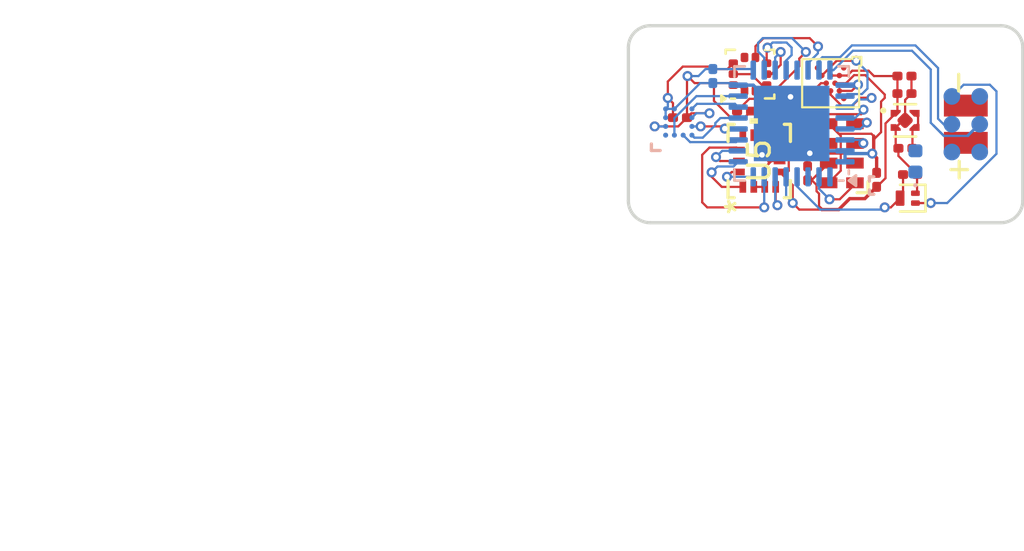
<source format=kicad_pcb>
(kicad_pcb (version 20240108) (generator "pcbnew") (generator_version "8.0")
  (layers (0 "F.Cu" signal) (31 "B.Cu" signal) (34 "B.Paste" user) (35 "F.Paste" user) (36 "B.SilkS" user "B.Silkscreen") (37 "F.SilkS" user "F.Silkscreen") (38 "B.Mask" user) (39 "F.Mask" user) (44 "Edge.Cuts" user))
  (net 0 "")
  (net 1 "GND")
  (net 2 "VBAT")
  (net 3 "SWDIO")
  (net 4 "SWCLK")
  (net 5 "Net-(Q501-C)")
  (net 6 "RST")
  (net 7 "/clkout")
  (net 8 "/SCL")
  (net 9 "/SDA")
  (net 10 "VIN")
  (net 11 "Net-(U501-VBACK)")
  (net 12 "/AT25_MISO")
  (net 13 "/AT25_nCS")
  (net 14 "/AT25_MOSI")
  (net 15 "/AT25_SCK")
  (net 16 "/USART2_TX")
  (net 27 "/USART2_RX")
  (net 28 "/WKUP1")
  (net 29 "/ACCEL_CS")
  (net 30 "/USART2_CK")
  (net 32 "+1V8")
  (net 33 "/AK_MISO")
  (net 34 "/AK_CK")
  (net 35 "/AK_RSTN")
  (net 36 "/AK_MOSI")
  (net 37 "/AK_CS")
  (net 39 "/USART1_TX")
  (net 40 "/USART1_CK")
  (net 41 "/LPS_CS")
  (net 43 "/USART1_RX")
  (footprint "AccelTag:taghole1.1mm" (layer "F.Cu") (at 141.38 111.671)
    (property "Reference" "J303" (hide yes))
    (property "Value" "Conn_01x01" (hide yes))
  )
  (footprint "AccelTag:MS621" (layer "F.Cu") (at 155.4 108.5 180)
    (property "Reference" "J401" (hide yes))
    (property "Value" "CONN_01X02" (hide yes))
  )
  (footprint "AccelTag:RV-8803-C7" (layer "F.Cu") (at 149.74 109.826458 180)
    (property "Reference" "U501" (hide yes))
    (property "Value" "RV-3028-C7" (hide yes))
  )
  (footprint "Resistor_SMD:R_0201_0603Metric" (layer "F.Cu") (at 148.14 108.831458 90)
    (property "Reference" "R1" (hide yes))
    (property "Value" "10k" (hide yes))
  )
  (footprint "Capacitor_SMD:C_0201_0603Metric" (layer "F.Cu") (at 151.33 111.041 90)
    (property "Reference" "C501" (hide yes))
    (property "Value" "0.1uf" (hide yes))
  )
  (footprint "Capacitor_SMD:C_0201_0603Metric" (layer "F.Cu") (at 148.18 110.746 90)
    (property "Reference" "C503" (hide yes))
    (property "Value" "0.1uf" (hide yes))
  )
  (footprint "AccelTag:adesto_wlcsp12" (layer "F.Cu") (at 149.23 106.626458 -90)
    (property "Reference" "U1" (hide yes))
    (property "Value" "at25ex321D-UUN" (hide yes))
  )
  (footprint "Capacitor_SMD:C_0201_0603Metric" (layer "F.Cu") (at 152.855 110.8)
    (property "Reference" "C502" (hide yes))
    (property "Value" "0.1uf" (hide yes))
  )
  (footprint "AccelTag:taghole1.1mm" (layer "F.Cu") (at 141.48 105.191)
    (property "Reference" "J304" (hide yes))
    (property "Value" "Conn_01x01" (hide yes))
  )
  (footprint "AccelTag:taghole1.1mm" (layer "F.Cu") (at 156.45 111.691)
    (property "Reference" "J301" (hide yes))
    (property "Value" "Conn_01x01" (hide yes))
  )
  (footprint "AccelTag:taghole1.1mm" (layer "F.Cu") (at 156.45 105.191)
    (property "Reference" "J302" (hide yes))
    (property "Value" "Conn_01x01" (hide yes))
  )
  (footprint "Package_TO_SOT_SMD:SOT-883" (layer "F.Cu") (at 152.75 111.8775 180)
    (property "Reference" "Q501" (hide yes))
    (property "Value" "Q_NPN_BEC" (hide yes))
  )
  (footprint "Capacitor_SMD:C_0201_0603Metric" (layer "F.Cu") (at 145.28 107.9 180)
    (property "Reference" "C1" (hide yes))
    (property "Value" "0.1uf" (hide yes))
  )
  (footprint "Capacitor_SMD:C_0201_0603Metric" (layer "F.Cu") (at 152.6 107.1)
    (property "Reference" "C5" (hide yes))
    (property "Value" "0.1uf" (hide yes))
  )
  (footprint "Package_SON:Texas_X2SON-4_1x1mm_P0.65mm" (layer "F.Cu") (at 152.63 108.325)
    (property "Reference" "U4" (hide yes))
    (property "Value" "TPS7A2018PDQN")
  )
  (footprint "Capacitor_SMD:C_0201_0603Metric" (layer "F.Cu") (at 146.82 107.9)
    (property "Reference" "C3" (hide yes))
    (property "Value" "0.1uf" (hide yes))
  )
  (footprint "Capacitor_SMD:C_0201_0603Metric" (layer "F.Cu") (at 142.355 108.2 180)
    (property "Reference" "C8" (hide yes))
    (property "Value" "1uf")
  )
  (footprint "Capacitor_SMD:C_0201_0603Metric" (layer "F.Cu") (at 152.6 106.3)
    (property "Reference" "C9" (hide yes))
    (property "Value" "0.1uf")
  )
  (footprint "Capacitor_SMD:C_0201_0603Metric" (layer "F.Cu") (at 152.645 109.6 180)
    (property "Reference" "C7" (hide yes))
    (property "Value" "1uf" (hide yes))
  )
  (footprint "Package_LGA:ST_HLGA-10_2x2mm_P0.5mm_LayoutBorder3x2y" (layer "F.Cu") (at 145.55 106.2125 90)
    (property "Reference" "U3" (hide yes))
    (property "Value" "LPS22DF")
  )
  (footprint "AccelTag:LGA14-L_2P59X3P1X0P5_STM" (layer "F.Cu") (at 145.9729 110.1811 90)
    (property "Reference" "U5")
    (property "Value" "LSM6DSV")
  )
  (footprint "AccelTag:tagpoints6" (layer "B.Cu") (at 155.4 108.5 90)
    (property "Reference" "J201" (hide yes))
    (property "Value" "CONN_02X04" (hide yes))
  )
  (footprint "Diode_SMD:D_0402_1005Metric" (layer "B.Cu") (at 153.1 110.2 90)
    (property "Reference" "D401" (hide yes))
    (property "Value" "D" (hide yes))
  )
  (footprint "Package_DFN_QFN:QFN-32-1EP_5x5mm_P0.5mm_EP3.45x3.45mm" (layer "B.Cu") (at 147.45 108.466458 90)
    (property "Reference" "U302" (hide yes))
    (property "Value" "stm32l431kc" (hide yes))
  )
  (footprint "Capacitor_SMD:C_0201_0603Metric" (layer "B.Cu") (at 143.855 106.3 -90)
    (property "Reference" "C2" (hide yes))
    (property "Value" "0.1uf" (hide yes))
  )
  (footprint "AccelTag:AK09940a" (layer "B.Cu") (at 142.3 108.4)
    (property "Reference" "U2" (hide yes))
    (property "Value" "AK09940A" (hide yes))
  )
  (gr_line (start 151.2 111.7) (end 151 111.7) (stroke (width 0.15)) (layer "B.SilkS"))
  (gr_line (start 141.05 109.4) (end 141.05 109.7) (stroke (width 0.15)) (layer "B.SilkS"))
  (gr_line (start 151 111.1) (end 151 110.9) (stroke (width 0.15)) (layer "B.SilkS"))
  (gr_line (start 141.45 109.7) (end 141.05 109.7) (stroke (width 0.15)) (layer "B.SilkS"))
  (gr_line (start 151 110.9) (end 151.2 110.9) (stroke (width 0.15)) (layer "B.SilkS"))
  (gr_line (start 151 111.5) (end 151 111.7) (stroke (width 0.15)) (layer "B.SilkS"))
  (gr_line (start 158 105) (end 158 112) (stroke (width 0.15)) (layer "Edge.Cuts"))
  (gr_arc (start 141 113) (mid 140.292893 112.707107) (end 140 112) (stroke (width 0.15)) (layer "Edge.Cuts"))
  (gr_arc (start 140 105) (mid 140.292893 104.292893) (end 141 104) (stroke (width 0.15)) (layer "Edge.Cuts"))
  (gr_line (start 140 105) (end 140 112) (stroke (width 0.15)) (layer "Edge.Cuts"))
  (gr_line (start 157 104) (end 141 104) (stroke (width 0.15)) (layer "Edge.Cuts"))
  (gr_arc (start 158 112) (mid 157.707107 112.707107) (end 157 113) (stroke (width 0.15)) (layer "Edge.Cuts"))
  (gr_arc (start 157 104) (mid 157.707107 104.292893) (end 158 105) (stroke (width 0.15)) (layer "Edge.Cuts"))
  (gr_line (start 157 113) (end 141 113) (stroke (width 0.15)) (layer "Edge.Cuts"))
  (segment (start 152.325 109.95) (end 153.175 110.8) (width 0.1016) (layer "F.Cu") (net 1))
  (segment (start 151.13 109.841) (end 148.294542 109.841) (width 0.1016) (layer "F.Cu") (net 1))
  (segment (start 153.175 110.8) (end 153.175 111.5775) (width 0.1016) (layer "F.Cu") (net 1))
  (segment (start 148.294542 109.841) (end 148.28 109.826458) (width 0.1016) (layer "F.Cu") (net 1))
  (segment (start 151.33 110.721) (end 151.33 110.041) (width 0.1524) (layer "F.Cu") (net 1))
  (segment (start 149.6924 110.624058) (end 149.6924 109.028858) (width 0.1016) (layer "F.Cu") (net 1))
  (segment (start 146.5317 110.1811) (end 146.4064 110.3064) (width 0.1016) (layer "F.Cu") (net 1))
  (segment (start 146.9 109.681101) (end 146.9 110.1811) (width 0.1016) (layer "F.Cu") (net 1))
  (segment (start 148.14 108.511458) (end 149.075 108.511458) (width 0.1016) (layer "F.Cu") (net 1))
  (segment (start 149.599545 108.936003) (end 151.091021 108.936003) (width 0.1016) (layer "F.Cu") (net 1))
  (segment (start 151.7 107.3) (end 151.5318 107.4682) (width 0.1016) (layer "F.Cu") (net 1))
  (segment (start 148.28 109.826458) (end 148.225282 109.826458) (width 0.1016) (layer "F.Cu") (net 1))
  (segment (start 152.63 108.325) (end 152.525 108.325) (width 0.1016) (layer "F.Cu") (net 1))
  (segment (start 146.3125 106.7125) (end 146.100001 106.7125) (width 0.1016) (layer "F.Cu") (net 1))
  (segment (start 142.4818 105.8682) (end 141.8 106.55) (width 0.1016) (layer "F.Cu") (net 1))
  (segment (start 151.33 110.041) (end 151.13 109.841) (width 0.1524) (layer "F.Cu") (net 1))
  (segment (start 147.528542 107.9) (end 148.14 108.511458) (width 0.1016) (layer "F.Cu") (net 1))
  (segment (start 152.92 106.3) (end 152.92 107.1) (width 0.1016) (layer "F.Cu") (net 1))
  (segment (start 149.14 108.476458) (end 149.599545 108.936003) (width 0.1016) (layer "F.Cu") (net 1))
  (segment (start 148.15 109.956458) (end 148.28 109.826458) (width 0.1016) (layer "F.Cu") (net 1))
  (segment (start 147.14 107.9) (end 147.14 107.51) (width 0.1016) (layer "F.Cu") (net 1))
  (segment (start 151.196018 109.041) (end 151.196018 109.2) (width 0.1524) (layer "F.Cu") (net 1))
  (segment (start 147.7876 109.388776) (end 147.7876 108.863858) (width 0.1016) (layer "F.Cu") (net 1))
  (segment (start 145.7229 111.3622) (end 146.2229 111.3622) (width 0.1016) (layer "F.Cu") (net 1))
  (segment (start 151.7 107.145658) (end 151.7 107.3) (width 0.1016) (layer "F.Cu") (net 1))
  (segment (start 148.16 109.946458) (end 148.28 109.826458) (width 0.1016) (layer "F.Cu") (net 1))
  (segment (start 148.28 109.826458) (end 148.174171 109.826458) (width 0.1016) (layer "F.Cu") (net 1))
  (segment (start 150.813542 106.2592) (end 151.7 107.145658) (width 0.1016) (layer "F.Cu") (net 1))
  (segment (start 152.325 109.6) (end 152.325 109.95) (width 0.1016) (layer "F.Cu") (net 1))
  (segment (start 152.525 108.325) (end 152.2 108.65) (width 0.1016) (layer "F.Cu") (net 1))
  (segment (start 152.63 107.39) (end 152.63 108.325) (width 0.1016) (layer "F.Cu") (net 1))
  (segment (start 152.2 109.475) (end 152.325 109.6) (width 0.1016) (layer "F.Cu") (net 1))
  (segment (start 143.905 105.98) (end 144.52 105.98) (width 0.1016) (layer "F.Cu") (net 1))
  (segment (start 151.18 109.791) (end 151.13 109.841) (width 0.1524) (layer "F.Cu") (net 1))
  (segment (start 146.100001 106.7125) (end 145.600001 106.2125) (width 0.1016) (layer "F.Cu") (net 1))
  (segment (start 145.5201 107.3399) (end 147.3101 107.3399) (width 0.1016) (layer "F.Cu") (net 1))
  (segment (start 143.905 105.98) (end 143.7932 105.8682) (width 0.1016) (layer "F.Cu") (net 1))
  (segment (start 142.035 108.2) (end 142.035 107.535) (width 0.1016) (layer "F.Cu") (net 1))
  (segment (start 147.14 107.9) (end 147.528542 107.9) (width 0.1016) (layer "F.Cu") (net 1))
  (segment (start 151.5318 108.864218) (end 151.196018 109.2) (width 0.1016) (layer "F.Cu") (net 1))
  (segment (start 147.3101 107.3399) (end 147.4 107.25) (width 0.1016) (layer "F.Cu") (net 1))
  (segment (start 146.4064 110.3064) (end 146.4064 110.2064) (width 0.1016) (layer "F.Cu") (net 1))
  (segment (start 148.28 109.826458) (end 150.931476 109.826458) (width 0.1016) (layer "F.Cu") (net 1))
  (segment (start 151.18 109.691) (end 151.18 109.791) (width 0.1524) (layer "F.Cu") (net 1))
  (segment (start 151.196018 109.674982) (end 151.18 109.691) (width 0.1524) (layer "F.Cu") (net 1))
  (segment (start 153.175 111.5775) (end 153.1 111.6525) (width 0.1016) (layer "F.Cu") (net 1))
  (segment (start 144.52 105.98) (end 144.7875 105.7125) (width 0.1016) (layer "F.Cu") (net 1))
  (segment (start 146.4064 110.3064) (end 146.2229 110.4899) (width 0.1016) (layer "F.Cu") (net 1))
  (segment (start 149.02 111.156458) (end 149.14 111.276458) (width 0.1016) (layer "F.Cu") (net 1))
  (segment (start 149.14 111.176458) (end 149.6924 110.624058) (width 0.1016) (layer "F.Cu") (net 1))
  (segment (start 145.600001 106.2125) (end 144.7875 106.2125) (width 0.1016) (layer "F.Cu") (net 1))
  (segment (start 141.8 106.55) (end 141.8 107.3) (width 0.1016) (layer "F.Cu") (net 1))
  (segment (start 149.933884 106.626458) (end 150.301142 106.2592) (width 0.1016) (layer "F.Cu") (net 1))
  (segment (start 151.196018 109.2) (end 151.196018 109.674982) (width 0.1524) (layer "F.Cu") (net 1))
  (segment (start 144.7875 105.7125) (end 144.7875 106.2125) (width 0.1016) (layer "F.Cu") (net 1))
  (segment (start 148.225282 109.826458) (end 147.7876 109.388776) (width 0.1016) (layer "F.Cu") (net 1))
  (segment (start 146.2229 110.4899) (end 146.2229 111.3622) (width 0.1016) (layer "F.Cu") (net 1))
  (segment (start 151.5318 107.4682) (end 151.5318 108.864218) (width 0.1016) (layer "F.Cu") (net 1))
  (segment (start 149.6924 109.028858) (end 149.14 108.476458) (width 0.1016) (layer "F.Cu") (net 1))
  (segment (start 152.92 107.1) (end 152.63 107.39) (width 0.1016) (layer "F.Cu") (net 1))
  (segment (start 142.035 107.535) (end 141.8 107.3) (width 0.1016) (layer "F.Cu") (net 1))
  (segment (start 148.16 110.516458) (end 148.16 109.946458) (width 0.1016) (layer "F.Cu") (net 1))
  (segment (start 146.9 110.1811) (end 146.5317 110.1811) (width 0.1016) (layer "F.Cu") (net 1))
  (segment (start 147.7876 108.863858) (end 148.14 108.511458) (width 0.1016) (layer "F.Cu") (net 1))
  (segment (start 146.4064 110.2064) (end 146.1 109.9) (width 0.1016) (layer "F.Cu") (net 1))
  (segment (start 149.43 106.626458) (end 149.933884 106.626458) (width 0.1016) (layer "F.Cu") (net 1))
  (segment (start 150.301142 106.2592) (end 150.813542 106.2592) (width 0.1016) (layer "F.Cu") (net 1))
  (segment (start 152.2 108.65) (end 152.2 109.475) (width 0.1016) (layer "F.Cu") (net 1))
  (segment (start 144.96 107.9) (end 145.5201 107.3399) (width 0.1016) (layer "F.Cu") (net 1))
  (segment (start 147.14 107.51) (end 147.4 107.25) (width 0.1016) (layer "F.Cu") (net 1))
  (segment (start 151.091021 108.936003) (end 151.196018 109.041) (width 0.1016) (layer "F.Cu") (net 1))
  (segment (start 143.7932 105.8682) (end 142.4818 105.8682) (width 0.1016) (layer "F.Cu") (net 1))
  (via (at 146.1 109.9) (size 0.4572) (drill 0.254) (layers "F.Cu" "B.Cu") (net 1))
  (via (at 141.8 107.3) (size 0.4572) (drill 0.254) (layers "F.Cu" "B.Cu") (net 1))
  (via (at 147.4 107.25) (size 0.4572) (drill 0.254) (layers "F.Cu" "B.Cu") (net 1))
  (via (at 151.13 109.841) (size 0.4572) (drill 0.254) (layers "F.Cu" "B.Cu") (net 1))
  (via (at 148.28 109.826458) (size 0.4572) (drill 0.254) (layers "F.Cu" "B.Cu") (net 1))
  (segment (start 143.855 106.62) (end 143.28 106.62) (width 0.1016) (layer "B.Cu") (net 1))
  (segment (start 143.855 106.62) (end 144.916042 106.62) (width 0.1016) (layer "B.Cu") (net 1))
  (segment (start 141.8 107.3) (end 141.8 107.7) (width 0.1016) (layer "B.Cu") (net 1))
  (segment (start 156.08 107.141) (end 156.05 107.171) (width 0.1524) (layer "B.Cu") (net 1))
  (segment (start 148.7 109.716458) (end 147.45 108.466458) (width 0.1524) (layer "B.Cu") (net 1))
  (segment (start 141.7 108.2) (end 141.7 107.8) (width 0.1016) (layer "B.Cu") (net 1))
  (segment (start 145.0125 106.716458) (end 145.7 106.716458) (width 0.1524) (layer "B.Cu") (net 1))
  (segment (start 149.8875 109.716458) (end 150.012042 109.841) (width 0.1524) (layer "B.Cu") (net 1))
  (segment (start 149.8875 110.216458) (end 149.8875 109.716458) (width 0.1524) (layer "B.Cu") (net 1))
  (segment (start 156.065 107.2) (end 156.035 107.23) (width 0.1524) (layer "B.Cu") (net 1))
  (segment (start 146.235 109.681458) (end 147.45 108.466458) (width 0.1524) (layer "B.Cu") (net 1))
  (segment (start 149.8875 109.716458) (end 148.7 109.716458) (width 0.1524) (layer "B.Cu") (net 1))
  (segment (start 143.28 106.62) (end 142.1 107.8) (width 0.1016) (layer "B.Cu") (net 1))
  (segment (start 144.916042 106.62) (end 145.0125 106.716458) (width 0.1016) (layer "B.Cu") (net 1))
  (segment (start 150.012042 109.841) (end 151.13 109.841) (width 0.1524) (layer "B.Cu") (net 1))
  (segment (start 141.7 107.8) (end 142.1 107.8) (width 0.1016) (layer "B.Cu") (net 1))
  (segment (start 144.987958 106.741) (end 145.0125 106.716458) (width 0.1524) (layer "B.Cu") (net 1))
  (segment (start 145.7 106.716458) (end 146.091771 107.108229) (width 0.1524) (layer "B.Cu") (net 1))
  (segment (start 156.03 107.151) (end 156.05 107.171) (width 0.1524) (layer "B.Cu") (net 1))
  (segment (start 146.091771 107.108229) (end 147.45 108.466458) (width 0.1524) (layer "B.Cu") (net 1))
  (segment (start 141.8 107.7) (end 141.7 107.8) (width 0.1016) (layer "B.Cu") (net 1))
  (segment (start 152.965 109.6) (end 152.965 108.745) (width 0.1016) (layer "F.Cu") (net 2))
  (segment (start 152.965 108.745) (end 153.06 108.65) (width 0.1016) (layer "F.Cu") (net 2))
  (segment (start 153.22 108.49) (end 153.06 108.65) (width 0.1016) (layer "F.Cu") (net 2))
  (segment (start 153.22 108.16) (end 153.22 108.49) (width 0.1016) (layer "F.Cu") (net 2))
  (segment (start 153.06 108) (end 153.22 108.16) (width 0.1016) (layer "F.Cu") (net 2))
  (segment (start 156.065 109.8) (end 156.035 109.77) (width 0.1524) (layer "B.Cu") (net 2))
  (segment (start 153.1 104.9) (end 150.201974 104.9) (width 0.1016) (layer "B.Cu") (net 3))
  (segment (start 149.662916 105.439058) (end 148.852401 105.439058) (width 0.1016) (layer "B.Cu") (net 3))
  (segment (start 154.5526 108.6684) (end 154.1332 108.249) (width 0.1016) (layer "B.Cu") (net 3))
  (segment (start 148.852401 105.439058) (end 148.7 105.591459) (width 0.1016) (layer "B.Cu") (net 3))
  (segment (start 154.1332 105.9332) (end 153.1 104.9) (width 0.1016) (layer "B.Cu") (net 3))
  (segment (start 154.1332 108.249) (end 154.1332 105.9332) (width 0.1016) (layer "B.Cu") (net 3))
  (segment (start 150.201974 104.9) (end 149.662916 105.439058) (width 0.1016) (layer "B.Cu") (net 3))
  (segment (start 148.7 105.591459) (end 148.7 106.028958) (width 0.1016) (layer "B.Cu") (net 3))
  (segment (start 155.5016 109.0334) (end 154.3998 109.0334) (width 0.1016) (layer "B.Cu") (net 4))
  (segment (start 153.8 106) (end 153.8 108.4336) (width 0.1016) (layer "B.Cu") (net 4))
  (segment (start 149.360384 106.028958) (end 150.245142 105.1442) (width 0.1016) (layer "B.Cu") (net 4))
  (segment (start 153.8 108.4336) (end 153.9332 108.5668) (width 0.1016) (layer "B.Cu") (net 4))
  (segment (start 154.3998 109.0334) (end 153.9332 108.5668) (width 0.1016) (layer "B.Cu") (net 4))
  (segment (start 154.38 109.0136) (end 154.2332 108.8668) (width 0.1016) (layer "B.Cu") (net 4))
  (segment (start 150.245142 105.1442) (end 152.9442 105.1442) (width 0.1016) (layer "B.Cu") (net 4))
  (segment (start 156.035 108.5) (end 155.5016 109.0334) (width 0.1016) (layer "B.Cu") (net 4))
  (segment (start 154.3998 109.0334) (end 154.2332 108.8668) (width 0.1016) (layer "B.Cu") (net 4))
  (segment (start 154.2332 108.8668) (end 153.9332 108.5668) (width 0.1016) (layer "B.Cu") (net 4))
  (segment (start 152.9442 105.1442) (end 153.8 106) (width 0.1016) (layer "B.Cu") (net 4))
  (segment (start 156.05 108.441) (end 155.4774 109.0136) (width 0.1016) (layer "B.Cu") (net 4))
  (segment (start 149.2 106.028958) (end 149.360384 106.028958) (width 0.1016) (layer "B.Cu") (net 4))
  (segment (start 152.535 110.8) (end 152.535 111.7425) (width 0.1016) (layer "F.Cu") (net 5))
  (segment (start 152.535 111.7425) (end 152.4 111.8775) (width 0.1016) (layer "F.Cu") (net 5))
  (segment (start 152.4 111.8775) (end 151.9775 112.3) (width 0.1016) (layer "F.Cu") (net 5))
  (segment (start 151.9775 112.3) (end 151.7 112.3) (width 0.1016) (layer "F.Cu") (net 5))
  (via (at 151.7 112.3) (size 0.4572) (drill 0.254) (layers "F.Cu" "B.Cu") (net 5))
  (segment (start 147.7 110.903958) (end 147.7 111.341457) (width 0.1016) (layer "B.Cu") (net 5))
  (segment (start 147.7 111.341457) (end 148.758543 112.4) (width 0.1016) (layer "B.Cu") (net 5))
  (segment (start 151.6 112.4) (end 151.7 112.3) (width 0.1016) (layer "B.Cu") (net 5))
  (segment (start 148.758543 112.4) (end 151.6 112.4) (width 0.1016) (layer "B.Cu") (net 5))
  (segment (start 153.7975 112.1025) (end 153.8 112.1) (width 0.1016) (layer "F.Cu") (net 6))
  (segment (start 153.1 112.1025) (end 153.7975 112.1025) (width 0.1016) (layer "F.Cu") (net 6))
  (via (at 153.8 112.1) (size 0.4572) (drill 0.254) (layers "F.Cu" "B.Cu") (net 6))
  (segment (start 154.765 107.23) (end 155.2984 106.6966) (width 0.1016) (layer "B.Cu") (net 6))
  (segment (start 156.8 109.85) (end 154.55 112.1) (width 0.1016) (layer "B.Cu") (net 6))
  (segment (start 155.2984 106.6966) (end 156.4966 106.6966) (width 0.1016) (layer "B.Cu") (net 6))
  (segment (start 156.4966 106.6966) (end 156.8 107) (width 0.1016) (layer "B.Cu") (net 6))
  (segment (start 156.8 107) (end 156.8 109.85) (width 0.1016) (layer "B.Cu") (net 6))
  (segment (start 154.55 112.1) (end 153.8 112.1) (width 0.1016) (layer "B.Cu") (net 6))
  (segment (start 150.300252 111.276458) (end 149.646003 111.930707) (width 0.1016) (layer "F.Cu") (net 7))
  (segment (start 150.34 111.276458) (end 150.300252 111.276458) (width 0.1016) (layer "F.Cu") (net 7))
  (segment (start 149.646003 111.930707) (end 149.179029 111.930707) (width 0.1016) (layer "F.Cu") (net 7))
  (via (at 149.179029 111.930707) (size 0.4572) (drill 0.254) (layers "F.Cu" "B.Cu") (net 7))
  (segment (start 148.7 110.903958) (end 148.7 111.451678) (width 0.1016) (layer "B.Cu") (net 7))
  (segment (start 148.7 111.451678) (end 149.179029 111.930707) (width 0.1016) (layer "B.Cu") (net 7))
  (segment (start 150.713026 109.376458) (end 150.721681 109.367803) (width 0.1016) (layer "F.Cu") (net 8))
  (segment (start 150.34 109.376458) (end 150.713026 109.376458) (width 0.1016) (layer "F.Cu") (net 8))
  (via (at 150.721681 109.367803) (size 0.4572) (drill 0.254) (layers "F.Cu" "B.Cu") (net 8))
  (segment (start 150.570336 109.216458) (end 150.721681 109.367803) (width 0.1016) (layer "B.Cu") (net 8))
  (segment (start 149.8875 109.216458) (end 150.570336 109.216458) (width 0.1016) (layer "B.Cu") (net 8))
  (segment (start 150.34 108.476458) (end 150.83 108.476458) (width 0.1016) (layer "F.Cu") (net 9))
  (segment (start 150.83 108.476458) (end 150.88 108.426458) (width 0.1016) (layer "F.Cu") (net 9))
  (via (at 150.88 108.426458) (size 0.4572) (drill 0.254) (layers "F.Cu" "B.Cu") (net 9))
  (segment (start 150.59 108.716458) (end 149.8875 108.716458) (width 0.1016) (layer "B.Cu") (net 9))
  (segment (start 150.88 108.426458) (end 150.59 108.716458) (width 0.1016) (layer "B.Cu") (net 9))
  (segment (start 154.685 109.616) (end 154.78 109.711) (width 0.1524) (layer "B.Cu") (net 10))
  (segment (start 148.815 109.151458) (end 149.14 109.476458) (width 0.1016) (layer "F.Cu") (net 11))
  (segment (start 148.14 109.151458) (end 148.815 109.151458) (width 0.1016) (layer "F.Cu") (net 11))
  (segment (start 150.58 107.291) (end 150.88 107.291) (width 0.1016) (layer "F.Cu") (net 12))
  (segment (start 150.13 107.741) (end 150.58 107.291) (width 0.1016) (layer "F.Cu") (net 12))
  (segment (start 149.23 106.976458) (end 149.23 107.153234) (width 0.1016) (layer "F.Cu") (net 12))
  (segment (start 151.091 107.291) (end 151.1 107.3) (width 0.1016) (layer "F.Cu") (net 12))
  (segment (start 150.88 107.291) (end 151.091 107.291) (width 0.1016) (layer "F.Cu") (net 12))
  (segment (start 149.817766 107.741) (end 150.13 107.741) (width 0.1016) (layer "F.Cu") (net 12))
  (segment (start 149.23 107.153234) (end 149.817766 107.741) (width 0.1016) (layer "F.Cu") (net 12))
  (via (at 151.1 107.3) (size 0.4572) (drill 0.254) (layers "F.Cu" "B.Cu") (net 12))
  (segment (start 150.4774 107.369704) (end 150.130646 107.716458) (width 0.1016) (layer "B.Cu") (net 12))
  (segment (start 150.130646 107.716458) (end 149.8875 107.716458) (width 0.1016) (layer "B.Cu") (net 12))
  (segment (start 151.030296 107.369704) (end 150.4774 107.369704) (width 0.1016) (layer "B.Cu") (net 12))
  (segment (start 151.1 107.3) (end 151.030296 107.369704) (width 0.1016) (layer "B.Cu") (net 12))
  (segment (start 150.154542 107.716458) (end 149.8875 107.716458) (width 0.1016) (layer "B.Cu") (net 12))
  (segment (start 149.63 106.976458) (end 150.194542 106.976458) (width 0.1016) (layer "F.Cu") (net 13))
  (segment (start 149.63 106.976458) (end 149.63 106.891) (width 0.1016) (layer "F.Cu") (net 13))
  (segment (start 150.194542 106.976458) (end 150.48 106.691) (width 0.1016) (layer "F.Cu") (net 13))
  (via (at 150.48 106.691) (size 0.4572) (drill 0.254) (layers "F.Cu" "B.Cu") (net 13))
  (segment (start 149.8875 106.716458) (end 150.454542 106.716458) (width 0.1016) (layer "B.Cu") (net 13))
  (segment (start 150.454542 106.716458) (end 150.48 106.691) (width 0.1016) (layer "B.Cu") (net 13))
  (segment (start 148.787697 106.626458) (end 148.3526 107.061555) (width 0.1016) (layer "F.Cu") (net 14))
  (segment (start 149.03 106.626458) (end 148.787697 106.626458) (width 0.1016) (layer "F.Cu") (net 14))
  (segment (start 148.93 108.041) (end 150.63 108.041) (width 0.1016) (layer "F.Cu") (net 14))
  (segment (start 148.3526 107.4636) (end 148.93 108.041) (width 0.1016) (layer "F.Cu") (net 14))
  (segment (start 148.3526 107.061555) (end 148.3526 107.4636) (width 0.1016) (layer "F.Cu") (net 14))
  (segment (start 150.63 108.041) (end 150.63 107.934631) (width 0.1016) (layer "F.Cu") (net 14))
  (segment (start 150.63 107.934631) (end 150.728701 107.83593) (width 0.1016) (layer "F.Cu") (net 14))
  (via (at 150.728701 107.83593) (size 0.4572) (drill 0.254) (layers "F.Cu" "B.Cu") (net 14))
  (segment (start 150.348173 108.216458) (end 149.8875 108.216458) (width 0.1016) (layer "B.Cu") (net 14))
  (segment (start 150.728701 107.83593) (end 150.348173 108.216458) (width 0.1016) (layer "B.Cu") (net 14))
  (segment (start 149.472729 105.633729) (end 149.506458 105.6) (width 0.1016) (layer "F.Cu") (net 15))
  (segment (start 149.506458 105.6) (end 150.4 105.6) (width 0.1016) (layer "F.Cu") (net 15))
  (segment (start 148.83 106.276458) (end 149.447729 105.658729) (width 0.1016) (layer "F.Cu") (net 15))
  (segment (start 149.447729 105.658729) (end 149.472729 105.633729) (width 0.1016) (layer "F.Cu") (net 15))
  (via (at 150.4 105.6) (size 0.4572) (drill 0.254) (layers "F.Cu" "B.Cu") (net 15))
  (segment (start 150.4 105.6) (end 150.9118 106.1118) (width 0.1016) (layer "B.Cu") (net 15))
  (segment (start 150.9118 106.1118) (end 150.9118 106.2) (width 0.1016) (layer "B.Cu") (net 15))
  (segment (start 149.8875 107.216458) (end 149.981158 107.1228) (width 0.1016) (layer "B.Cu") (net 15))
  (segment (start 150.9118 106.2) (end 150.9118 106.869858) (width 0.1016) (layer "B.Cu") (net 15))
  (segment (start 149.981158 107.1228) (end 150.658858 107.1228) (width 0.1016) (layer "B.Cu") (net 15))
  (segment (start 150.658858 107.1228) (end 150.9118 106.869858) (width 0.1016) (layer "B.Cu") (net 15))
  (segment (start 145.026899 110.7) (end 145.0458 110.681099) (width 0.1016) (layer "F.Cu") (net 16))
  (segment (start 145.0458 110.681099) (end 144.718901 110.681099) (width 0.1016) (layer "F.Cu") (net 16))
  (segment (start 144.718901 110.681099) (end 144.5 110.9) (width 0.1016) (layer "F.Cu") (net 16))
  (via (at 144.5 110.9) (size 0.4572) (drill 0.254) (layers "F.Cu" "B.Cu") (net 16))
  (segment (start 145.7 110.903958) (end 145.7 111.021) (width 0.1016) (layer "B.Cu") (net 16))
  (segment (start 144.503958 110.903958) (end 145.7 110.903958) (width 0.1016) (layer "B.Cu") (net 16))
  (segment (start 144.5 110.9) (end 144.503958 110.903958) (width 0.1016) (layer "B.Cu") (net 16))
  (segment (start 143.8 110.9) (end 143.8 110.7) (width 0.1016) (layer "F.Cu") (net 27))
  (segment (start 145.222899 111.3622) (end 144.2622 111.3622) (width 0.1016) (layer "F.Cu") (net 27))
  (segment (start 144.2622 111.3622) (end 143.8 110.9) (width 0.1016) (layer "F.Cu") (net 27))
  (via (at 143.8 110.7) (size 0.4572) (drill 0.254) (layers "F.Cu" "B.Cu") (net 27))
  (segment (start 144.797158 110.4318) (end 144.0682 110.4318) (width 0.1016) (layer "B.Cu") (net 27))
  (segment (start 145.0125 110.216458) (end 144.883542 110.216458) (width 0.1016) (layer "B.Cu") (net 27))
  (segment (start 144.0682 110.4318) (end 143.8 110.7) (width 0.1016) (layer "B.Cu") (net 27))
  (segment (start 145.0125 110.216458) (end 144.797158 110.4318) (width 0.1016) (layer "B.Cu") (net 27))
  (segment (start 146.722901 111.3622) (end 146.722901 112.121375) (width 0.1016) (layer "F.Cu") (net 28))
  (segment (start 146.722901 112.121375) (end 146.801308 112.199782) (width 0.1016) (layer "F.Cu") (net 28))
  (via (at 146.801308 112.199782) (size 0.4572) (drill 0.254) (layers "F.Cu" "B.Cu") (net 28))
  (segment (start 146.7 112.1) (end 146.8 112.2) (width 0.1016) (layer "B.Cu") (net 28))
  (segment (start 146.7 110.903958) (end 146.7 112.1) (width 0.1016) (layer "B.Cu") (net 28))
  (segment (start 146.8 112.2) (end 146.800218 112.199782) (width 0.1016) (layer "B.Cu") (net 28))
  (segment (start 146.800218 112.199782) (end 146.801308 112.199782) (width 0.1016) (layer "B.Cu") (net 28))
  (segment (start 145.0458 109.681101) (end 144.932899 109.5682) (width 0.1016) (layer "F.Cu") (net 29))
  (segment (start 143.6 112.3) (end 146.2 112.3) (width 0.1016) (layer "F.Cu") (net 29))
  (segment (start 144.932899 109.5682) (end 143.7 109.5682) (width 0.1016) (layer "F.Cu") (net 29))
  (segment (start 143.3682 112.0682) (end 143.6 112.3) (width 0.1016) (layer "F.Cu") (net 29))
  (segment (start 143.3682 109.9) (end 143.3682 112.0682) (width 0.1016) (layer "F.Cu") (net 29))
  (segment (start 143.7 109.5682) (end 143.3682 109.9) (width 0.1016) (layer "F.Cu") (net 29))
  (via (at 146.2 112.3) (size 0.4572) (drill 0.254) (layers "F.Cu" "B.Cu") (net 29))
  (segment (start 146.18 110.923958) (end 146.2 110.903958) (width 0.1016) (layer "B.Cu") (net 29))
  (segment (start 146.2 110.903958) (end 146.2 112.3) (width 0.1016) (layer "B.Cu") (net 29))
  (segment (start 144.1811 110.1811) (end 144 110) (width 0.1016) (layer "F.Cu") (net 30))
  (segment (start 145.0458 110.1811) (end 144.1811 110.1811) (width 0.1016) (layer "F.Cu") (net 30))
  (via (at 144 110) (size 0.4572) (drill 0.254) (layers "F.Cu" "B.Cu") (net 30))
  (segment (start 145.0125 109.716458) (end 144.283542 109.716458) (width 0.1016) (layer "B.Cu") (net 30))
  (segment (start 144.9525 109.776458) (end 145.0125 109.716458) (width 0.1016) (layer "B.Cu") (net 30))
  (segment (start 144.283542 109.716458) (end 144 110) (width 0.1016) (layer "B.Cu") (net 30))
  (segment (start 142.675 106.325) (end 142.675 108.2) (width 0.1016) (layer "F.Cu") (net 32))
  (segment (start 147.5 112.1) (end 147.8 112.4) (width 0.1016) (layer "F.Cu") (net 32))
  (segment (start 150.965 106.056) (end 151.209 106.3) (width 0.1016) (layer "F.Cu") (net 32))
  (segment (start 150.216974 106.056) (end 150.965 106.056) (width 0.1016) (layer "F.Cu") (net 32))
  (segment (start 145.6 107.9) (end 146.5 107.9) (width 0.1016) (layer "F.Cu") (net 32))
  (segment (start 149.63 106.276458) (end 149.996516 106.276458) (width 0.1016) (layer "F.Cu") (net 32))
  (segment (start 146.722901 108.122901) (end 146.722901 109) (width 0.1016) (layer "F.Cu") (net 32))
  (segment (start 142.7 106.3) (end 143.02 106.62) (width 0.1016) (layer "F.Cu") (net 32))
  (segment (start 150.1 111.9) (end 150.791 111.9) (width 0.1524) (layer "F.Cu") (net 32))
  (segment (start 148.828342 112.4) (end 148.726542 112.2982) (width 0.1524) (layer "F.Cu") (net 32))
  (segment (start 147.3191 109.342199) (end 146.976901 109) (width 0.1016) (layer "F.Cu") (net 32))
  (segment (start 144.695 106.62) (end 144.7875 106.7125) (width 0.1016) (layer "F.Cu") (net 32))
  (segment (start 143.905 107.434718) (end 144.722682 108.2524) (width 0.1016) (layer "F.Cu") (net 32))
  (segment (start 143.02 106.62) (end 143.905 106.62) (width 0.1016) (layer "F.Cu") (net 32))
  (segment (start 148.5876 111.559242) (end 148.701142 111.672784) (width 0.1016) (layer "F.Cu") (net 32))
  (segment (start 152.28 106.3) (end 152.28 107.1) (width 0.1016) (layer "F.Cu") (net 32))
  (segment (start 151.339 111.361) (end 151.33 111.361) (width 0.1016) (layer "F.Cu") (net 32))
  (segment (start 146.976901 109) (end 146.722901 109) (width 0.1016) (layer "F.Cu") (net 32))
  (segment (start 146.9 110.681099) (end 147.2683 110.681099) (width 0.1016) (layer "F.Cu") (net 32))
  (segment (start 150.1 111.9) (end 149.6 112.4) (width 0.1524) (layer "F.Cu") (net 32))
  (segment (start 151.209 106.3) (end 152.28 106.3) (width 0.1016) (layer "F.Cu") (net 32))
  (segment (start 148.26 111.156458) (end 149.14 110.276458) (width 0.1016) (layer "F.Cu") (net 32))
  (segment (start 144.722682 108.2524) (end 145.2476 108.2524) (width 0.1016) (layer "F.Cu") (net 32))
  (segment (start 148.16 111.156458) (end 148.26 111.156458) (width 0.1016) (layer "F.Cu") (net 32))
  (segment (start 144.7875 106.7125) (end 145.0375 106.7125) (width 0.1016) (layer "F.Cu") (net 32))
  (segment (start 147.3191 110.630299) (end 147.3191 109.342199) (width 0.1016) (layer "F.Cu") (net 32))
  (segment (start 151.735 108.465) (end 151.735 110.965) (width 0.1016) (layer "F.Cu") (net 32))
  (segment (start 152.2 108) (end 151.735 108.465) (width 0.1016) (layer "F.Cu") (net 32))
  (segment (start 149.14 110.376458) (end 149.29 110.376458) (width 0.1016) (layer "F.Cu") (net 32))
  (segment (start 148.18 111.066) (end 148.379999 111.066) (width 0.1016) (layer "F.Cu") (net 32))
  (segment (start 148.5876 111.273601) (end 148.5876 111.559242) (width 0.1016) (layer "F.Cu") (net 32))
  (segment (start 147.8 112.4) (end 148.828342 112.4) (width 0.1016) (layer "F.Cu") (net 32))
  (segment (start 147.5 111.281099) (end 147.5 112.1) (width 0.1016) (layer "F.Cu") (net 32))
  (segment (start 150.791 111.9) (end 151.33 111.361) (width 0.1524) (layer "F.Cu") (net 32))
  (segment (start 149.23 106.276458) (end 149.63 106.276458) (width 0.1016) (layer "F.Cu") (net 32))
  (segment (start 148.379999 111.066) (end 148.5876 111.273601) (width 0.1016) (layer "F.Cu") (net 32))
  (segment (start 149.6 112.4) (end 148.828342 112.4) (width 0.1524) (layer "F.Cu") (net 32))
  (segment (start 148.09 111.156458) (end 148.089171 111.156458) (width 0.1016) (layer "F.Cu") (net 32))
  (segment (start 152.28 107.1) (end 152.28 107.92) (width 0.1016) (layer "F.Cu") (net 32))
  (segment (start 143.905 106.62) (end 144.695 106.62) (width 0.1016) (layer "F.Cu") (net 32))
  (segment (start 147.2683 110.681099) (end 147.3191 110.630299) (width 0.1016) (layer "F.Cu") (net 32))
  (segment (start 143.905 106.62) (end 143.905 107.434718) (width 0.1016) (layer "F.Cu") (net 32))
  (segment (start 151.735 110.965) (end 151.339 111.361) (width 0.1016) (layer "F.Cu") (net 32))
  (segment (start 142.7 106.3) (end 142.675 106.325) (width 0.1016) (layer "F.Cu") (net 32))
  (segment (start 146.9 110.681099) (end 147.5 111.281099) (width 0.1016) (layer "F.Cu") (net 32))
  (segment (start 141.2 108.6) (end 142.275 108.6) (width 0.1016) (layer "F.Cu") (net 32))
  (segment (start 143.7 108) (end 142.875 108) (width 0.1016) (layer "F.Cu") (net 32))
  (segment (start 152.28 107.92) (end 152.2 108) (width 0.1016) (layer "F.Cu") (net 32))
  (segment (start 145.2476 108.2524) (end 145.6 107.9) (width 0.1016) (layer "F.Cu") (net 32))
  (segment (start 148.701142 111.672784) (end 148.701142 112.2728) (width 0.1016) (layer "F.Cu") (net 32))
  (segment (start 142.275 108.6) (end 142.675 108.2) (width 0.1016) (layer "F.Cu") (net 32))
  (segment (start 145.0375 106.7125) (end 145.3 106.975) (width 0.1016) (layer "F.Cu") (net 32))
  (segment (start 142.875 108) (end 142.675 108.2) (width 0.1016) (layer "F.Cu") (net 32))
  (segment (start 146.5 107.9) (end 146.722901 108.122901) (width 0.1016) (layer "F.Cu") (net 32))
  (segment (start 149.996516 106.276458) (end 150.216974 106.056) (width 0.1016) (layer "F.Cu") (net 32))
  (via (at 141.2 108.6) (size 0.4572) (drill 0.254) (layers "F.Cu" "B.Cu") (net 32))
  (via (at 143.7 108) (size 0.4572) (drill 0.254) (layers "F.Cu" "B.Cu") (net 32))
  (via (at 142.7 106.3) (size 0.4572) (drill 0.254) (layers "F.Cu" "B.Cu") (net 32))
  (via (at 147.5 112.1) (size 0.4572) (drill 0.254) (layers "F.Cu" "B.Cu") (net 32))
  (segment (start 145.651042 105.98) (end 145.7 106.028958) (width 0.1016) (layer "B.Cu") (net 32))
  (segment (start 143.855 105.98) (end 145.651042 105.98) (width 0.1016) (layer "B.Cu") (net 32))
  (segment (start 147.2 110.903958) (end 147.2 111.8) (width 0.1016) (layer "B.Cu") (net 32))
  (segment (start 143.52 105.98) (end 143.2 106.3) (width 0.1016) (layer "B.Cu") (net 32))
  (segment (start 143.2 106.3) (end 142.7 106.3) (width 0.1016) (layer "B.Cu") (net 32))
  (segment (start 141.7 108.6) (end 141.2 108.6) (width 0.1016) (layer "B.Cu") (net 32))
  (segment (start 149.2326 110.936558) (end 149.2 110.903958) (width 0.1016) (layer "B.Cu") (net 32))
  (segment (start 143.1 108) (end 143.7 108) (width 0.1016) (layer "B.Cu") (net 32))
  (segment (start 147.2 111.8) (end 147.5 112.1) (width 0.1016) (layer "B.Cu") (net 32))
  (segment (start 143.855 105.98) (end 143.52 105.98) (width 0.1016) (layer "B.Cu") (net 32))
  (segment (start 142.9 108.2) (end 143.1 108) (width 0.1016) (layer "B.Cu") (net 32))
  (segment (start 144.3 108.6) (end 144.4 108.7) (width 0.1016) (layer "F.Cu") (net 33))
  (segment (start 143.3 108.6) (end 144.3 108.6) (width 0.1016) (layer "F.Cu") (net 33))
  (via (at 143.3 108.6) (size 0.4572) (drill 0.254) (layers "F.Cu" "B.Cu") (net 33))
  (via (at 144.4 108.7) (size 0.4572) (drill 0.254) (layers "F.Cu" "B.Cu") (net 33))
  (segment (start 144.416458 108.716458) (end 144.4 108.7) (width 0.1016) (layer "B.Cu") (net 33))
  (segment (start 145.0125 108.716458) (end 144.416458 108.716458) (width 0.1016) (layer "B.Cu") (net 33))
  (segment (start 142.9 108.6) (end 143.3 108.6) (width 0.1016) (layer "B.Cu") (net 33))
  (segment (start 144.960558 108.7684) (end 145.0125 108.716458) (width 0.1016) (layer "B.Cu") (net 33))
  (segment (start 142.8175 109.3175) (end 144.911458 109.3175) (width 0.1016) (layer "B.Cu") (net 34))
  (segment (start 142.5 109) (end 142.8175 109.3175) (width 0.1016) (layer "B.Cu") (net 34))
  (segment (start 144.911458 109.3175) (end 145.0125 109.216458) (width 0.1016) (layer "B.Cu") (net 34))
  (segment (start 144.964442 109.1684) (end 145.0125 109.216458) (width 0.1016) (layer "B.Cu") (net 34))
  (segment (start 142.9 107.8) (end 143.1318 107.5682) (width 0.1016) (layer "B.Cu") (net 35))
  (segment (start 144.928958 107.8) (end 145.0125 107.716458) (width 0.1016) (layer "B.Cu") (net 35))
  (segment (start 144.864242 107.5682) (end 145.0125 107.716458) (width 0.1016) (layer "B.Cu") (net 35))
  (segment (start 143.1318 107.5682) (end 144.864242 107.5682) (width 0.1016) (layer "B.Cu") (net 35))
  (segment (start 144.2 108.216458) (end 144.4 108.216458) (width 0.1016) (layer "B.Cu") (net 36))
  (segment (start 145.0125 108.216458) (end 144.4 108.216458) (width 0.1016) (layer "B.Cu") (net 36))
  (segment (start 143.9682 108.542458) (end 143.9682 108.448258) (width 0.1016) (layer "B.Cu") (net 36))
  (segment (start 142.9 109) (end 143.0143 109.1143) (width 0.1016) (layer "B.Cu") (net 36))
  (segment (start 143.0143 109.1143) (end 143.396358 109.1143) (width 0.1016) (layer "B.Cu") (net 36))
  (segment (start 143.9682 108.448258) (end 144.2 108.216458) (width 0.1016) (layer "B.Cu") (net 36))
  (segment (start 143.396358 109.1143) (end 143.9682 108.542458) (width 0.1016) (layer "B.Cu") (net 36))
  (segment (start 142.1 108.222829) (end 142.1 109) (width 0.1016) (layer "B.Cu") (net 37))
  (segment (start 143.106371 107.216458) (end 142.1 108.222829) (width 0.1016) (layer "B.Cu") (net 37))
  (segment (start 145.0125 107.216458) (end 143.106371 107.216458) (width 0.1016) (layer "B.Cu") (net 37))
  (segment (start 146.95 105.787499) (end 146.95 105.2) (width 0.1016) (layer "F.Cu") (net 39))
  (segment (start 146.3125 106.2125) (end 146.524999 106.2125) (width 0.1016) (layer "F.Cu") (net 39))
  (segment (start 146.524999 106.2125) (end 146.95 105.787499) (width 0.1016) (layer "F.Cu") (net 39))
  (via (at 146.95 105.2) (size 0.4572) (drill 0.254) (layers "F.Cu" "B.Cu") (net 39))
  (segment (start 146.7 105.45) (end 146.95 105.2) (width 0.1016) (layer "B.Cu") (net 39))
  (segment (start 146.7 106.028958) (end 146.7 105.45) (width 0.1016) (layer "B.Cu") (net 39))
  (segment (start 147.8 105.5) (end 148.1 105.2) (width 0.1016) (layer "F.Cu") (net 40))
  (segment (start 146.6 107.05) (end 145.875 107.05) (width 0.1016) (layer "F.Cu") (net 40))
  (segment (start 146.6 107.05) (end 147.8 105.85) (width 0.1016) (layer "F.Cu") (net 40))
  (segment (start 147.8 105.85) (end 147.8 105.5) (width 0.1016) (layer "F.Cu") (net 40))
  (segment (start 145.875 107.05) (end 145.8 106.975) (width 0.1016) (layer "F.Cu") (net 40))
  (via (at 148.1 105.2) (size 0.4572) (drill 0.254) (layers "F.Cu" "B.Cu") (net 40))
  (segment (start 146.135 104.565) (end 145.9182 104.7818) (width 0.1016) (layer "B.Cu") (net 40))
  (segment (start 145.9182 105.178858) (end 146.2 105.460658) (width 0.1016) (layer "B.Cu") (net 40))
  (segment (start 146.2 105.460658) (end 146.2 106.028958) (width 0.1016) (layer "B.Cu") (net 40))
  (segment (start 147.465 104.565) (end 146.135 104.565) (width 0.1016) (layer "B.Cu") (net 40))
  (segment (start 145.9182 104.7818) (end 145.9182 105.178858) (width 0.1016) (layer "B.Cu") (net 40))
  (segment (start 148.1 105.2) (end 147.465 104.565) (width 0.1016) (layer "B.Cu") (net 40))
  (segment (start 145.8 104.939342) (end 146.171142 104.5682) (width 0.1016) (layer "F.Cu") (net 41))
  (segment (start 146.171142 104.5682) (end 148.275416 104.5682) (width 0.1016) (layer "F.Cu") (net 41))
  (segment (start 148.275416 104.5682) (end 148.654961 104.947745) (width 0.1016) (layer "F.Cu") (net 41))
  (segment (start 145.8 105.45) (end 145.8 104.939342) (width 0.1016) (layer "F.Cu") (net 41))
  (via (at 148.654961 104.947745) (size 0.4572) (drill 0.254) (layers "F.Cu" "B.Cu") (net 41))
  (segment (start 148.2 106.028958) (end 148.2 105.710658) (width 0.1016) (layer "B.Cu") (net 41))
  (segment (start 148.65 105.260658) (end 148.65 104.95) (width 0.1016) (layer "B.Cu") (net 41))
  (segment (start 148.652706 104.95) (end 148.654961 104.947745) (width 0.1016) (layer "B.Cu") (net 41))
  (segment (start 148.65 104.95) (end 148.652706 104.95) (width 0.1016) (layer "B.Cu") (net 41))
  (segment (start 148.2 105.710658) (end 148.65 105.260658) (width 0.1016) (layer "B.Cu") (net 41))
  (segment (start 146.3125 105.0375) (end 146.35 105) (width 0.1016) (layer "F.Cu") (net 43))
  (segment (start 146.3125 105.7125) (end 146.3125 105.0375) (width 0.1016) (layer "F.Cu") (net 43))
  (via (at 146.35 105) (size 0.4572) (drill 0.254) (layers "F.Cu" "B.Cu") (net 43))
  (segment (start 146.5818 104.7682) (end 147 104.7682) (width 0.1016) (layer "B.Cu") (net 43))
  (segment (start 147.45 105) (end 147.2182 104.7682) (width 0.1016) (layer "B.Cu") (net 43))
  (segment (start 147.2182 104.7682) (end 146.7318 104.7682) (width 0.1016) (layer "B.Cu") (net 43))
  (segment (start 147.2 106.028958) (end 147.2 105.591459) (width 0.1016) (layer "B.Cu") (net 43))
  (segment (start 146.35 105) (end 146.5818 104.7682) (width 0.1016) (layer "B.Cu") (net 43))
  (segment (start 147.2 105.591459) (end 147.45 105.341459) (width 0.1016) (layer "B.Cu") (net 43))
  (segment (start 147.45 105.341459) (end 147.45 105) (width 0.1016) (layer "B.Cu") (net 43))
)
</source>
